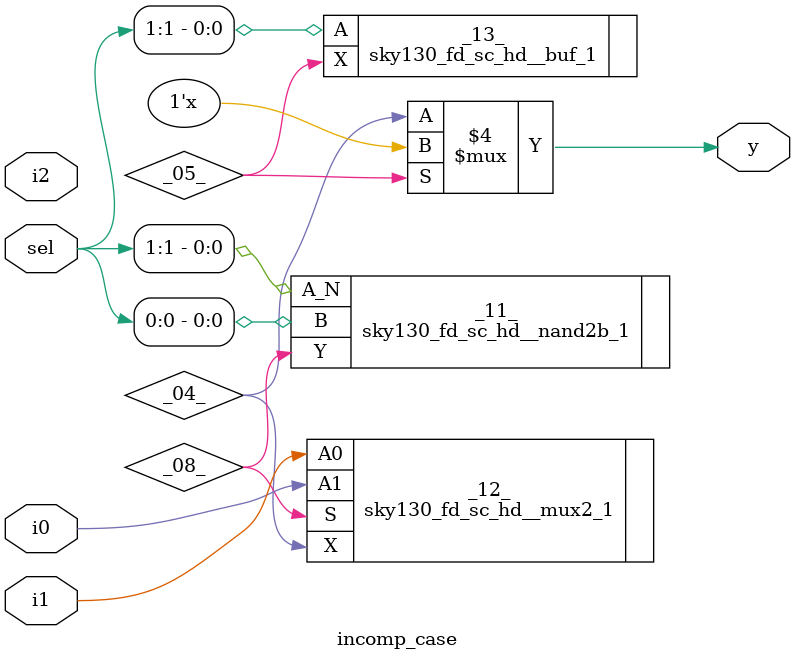
<source format=v>
/* Generated by Yosys 0.47+121 (git sha1 98b4affc4, g++ 13.2.0-23ubuntu4 -fPIC -O3) */

module incomp_case(i0, i1, i2, sel, y);
  wire _00_;
  wire _01_;
  wire _02_;
  wire _03_;
  wire _04_;
  wire _05_;
  wire _06_;
  wire _07_;
  wire _08_;
  wire _09_;
  wire _10_;
  input i0;
  wire i0;
  input i1;
  wire i1;
  input i2;
  wire i2;
  input [1:0] sel;
  wire [1:0] sel;
  output y;
  reg y;
  sky130_fd_sc_hd__nand2b_1 _11_ (
    .A_N(_10_),
    .B(_09_),
    .Y(_08_)
  );
  sky130_fd_sc_hd__mux2_1 _12_ (
    .A0(_07_),
    .A1(_06_),
    .S(_08_),
    .X(_04_)
  );
  sky130_fd_sc_hd__buf_1 _13_ (
    .A(_10_),
    .X(_05_)
  );
  always @*
    if (!_01_) y = _00_;
  assign _10_ = sel[1];
  assign _09_ = sel[0];
  assign _07_ = i1;
  assign _06_ = i0;
  assign _00_ = _04_;
  assign _01_ = _05_;
endmodule

</source>
